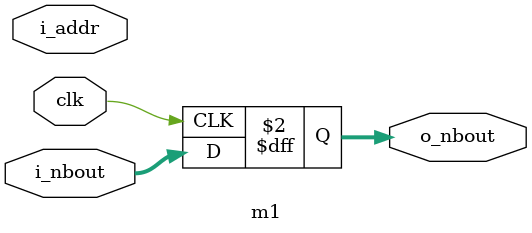
<source format=v>


module m1 (
        clk,
        i_nbout,
        i_addr,
        o_nbout
    );

    parameter N         = 16;
    parameter Tn        = 16;
    parameter ADDR_SIZE = 4;

    input                   clk;
    input [Tn*Tn*N-1:0]     i_nbout;
    input [ADDR_SIZE-1:0]   i_addr;

    output reg [Tn*Tn*N-1:0]    o_nbout;

    // FIXME: Replace with SRAM
    always @(posedge clk) begin
        o_nbout <= i_nbout;
    end

endmodule

</source>
